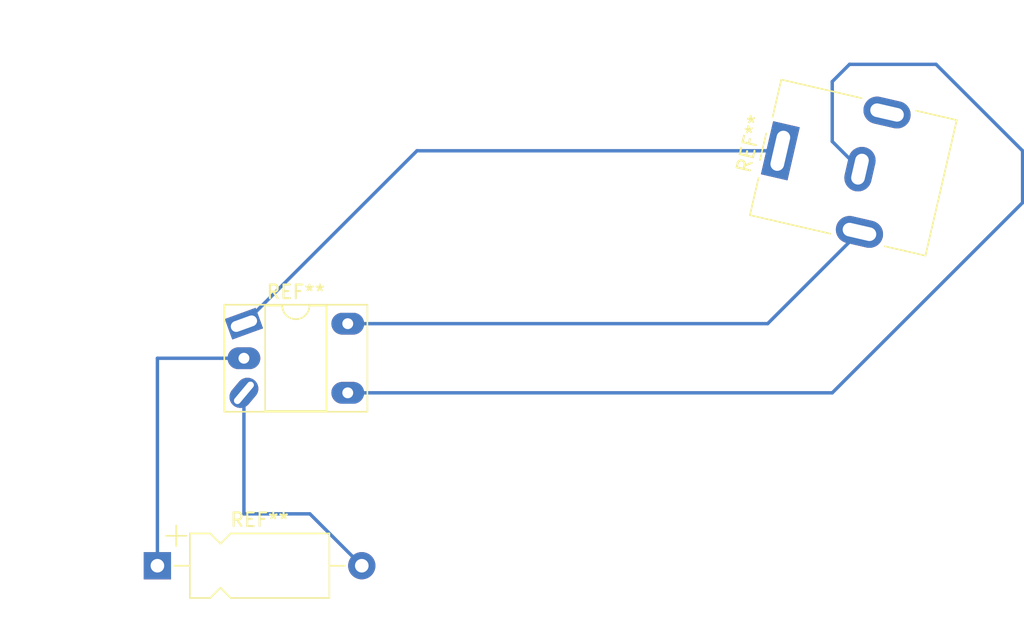
<source format=kicad_pcb>
(kicad_pcb (version 20171130) (host pcbnew 5.1.6-c6e7f7d~87~ubuntu18.04.1)

  (general
    (thickness 1.6)
    (drawings 0)
    (tracks 17)
    (zones 0)
    (modules 3)
    (nets 1)
  )

  (page A4)
  (layers
    (0 F.Cu signal)
    (31 B.Cu signal)
    (32 B.Adhes user)
    (33 F.Adhes user)
    (34 B.Paste user)
    (35 F.Paste user)
    (36 B.SilkS user)
    (37 F.SilkS user)
    (38 B.Mask user)
    (39 F.Mask user)
    (40 Dwgs.User user)
    (41 Cmts.User user)
    (42 Eco1.User user)
    (43 Eco2.User user)
    (44 Edge.Cuts user)
    (45 Margin user)
    (46 B.CrtYd user)
    (47 F.CrtYd user)
    (48 B.Fab user)
    (49 F.Fab user)
  )

  (setup
    (last_trace_width 0.25)
    (trace_clearance 0.2)
    (zone_clearance 0.508)
    (zone_45_only no)
    (trace_min 0.2)
    (via_size 0.8)
    (via_drill 0.4)
    (via_min_size 0.4)
    (via_min_drill 0.3)
    (uvia_size 0.3)
    (uvia_drill 0.1)
    (uvias_allowed no)
    (uvia_min_size 0.2)
    (uvia_min_drill 0.1)
    (edge_width 0.05)
    (segment_width 0.2)
    (pcb_text_width 0.3)
    (pcb_text_size 1.5 1.5)
    (mod_edge_width 0.12)
    (mod_text_size 1 1)
    (mod_text_width 0.15)
    (pad_size 2.4 1.6)
    (pad_drill 2)
    (pad_to_mask_clearance 0.05)
    (aux_axis_origin 0 0)
    (visible_elements FFFFFF7F)
    (pcbplotparams
      (layerselection 0x010fc_ffffffff)
      (usegerberextensions false)
      (usegerberattributes true)
      (usegerberadvancedattributes true)
      (creategerberjobfile true)
      (excludeedgelayer true)
      (linewidth 0.100000)
      (plotframeref false)
      (viasonmask false)
      (mode 1)
      (useauxorigin false)
      (hpglpennumber 1)
      (hpglpenspeed 20)
      (hpglpendiameter 15.000000)
      (psnegative false)
      (psa4output false)
      (plotreference true)
      (plotvalue true)
      (plotinvisibletext false)
      (padsonsilk false)
      (subtractmaskfromsilk false)
      (outputformat 1)
      (mirror false)
      (drillshape 1)
      (scaleselection 1)
      (outputdirectory ""))
  )

  (net 0 "")

  (net_class Default "This is the default net class."
    (clearance 0.2)
    (trace_width 0.25)
    (via_dia 0.8)
    (via_drill 0.4)
    (uvia_dia 0.3)
    (uvia_drill 0.1)
  )

  (module Capacitor_THT:CP_Axial_L10.0mm_D4.5mm_P15.00mm_Horizontal (layer F.Cu) (tedit 5AE50EF2) (tstamp 5F32DC60)
    (at 82.55 67.31)
    (descr "CP, Axial series, Axial, Horizontal, pin pitch=15mm, , length*diameter=10*4.5mm^2, Electrolytic Capacitor, , http://www.vishay.com/docs/28325/021asm.pdf")
    (tags "CP Axial series Axial Horizontal pin pitch 15mm  length 10mm diameter 4.5mm Electrolytic Capacitor")
    (fp_text reference REF** (at 7.5 -3.37) (layer F.SilkS)
      (effects (font (size 1 1) (thickness 0.15)))
    )
    (fp_text value CP_Axial_L10.0mm_D4.5mm_P15.00mm_Horizontal (at 7.5 3.37) (layer F.Fab)
      (effects (font (size 1 1) (thickness 0.15)))
    )
    (fp_text user %R (at 7.5 0) (layer F.Fab)
      (effects (font (size 1 1) (thickness 0.15)))
    )
    (fp_line (start 2.5 -2.25) (end 2.5 2.25) (layer F.Fab) (width 0.1))
    (fp_line (start 12.5 -2.25) (end 12.5 2.25) (layer F.Fab) (width 0.1))
    (fp_line (start 2.5 -2.25) (end 3.88 -2.25) (layer F.Fab) (width 0.1))
    (fp_line (start 3.88 -2.25) (end 4.63 -1.5) (layer F.Fab) (width 0.1))
    (fp_line (start 4.63 -1.5) (end 5.38 -2.25) (layer F.Fab) (width 0.1))
    (fp_line (start 5.38 -2.25) (end 12.5 -2.25) (layer F.Fab) (width 0.1))
    (fp_line (start 2.5 2.25) (end 3.88 2.25) (layer F.Fab) (width 0.1))
    (fp_line (start 3.88 2.25) (end 4.63 1.5) (layer F.Fab) (width 0.1))
    (fp_line (start 4.63 1.5) (end 5.38 2.25) (layer F.Fab) (width 0.1))
    (fp_line (start 5.38 2.25) (end 12.5 2.25) (layer F.Fab) (width 0.1))
    (fp_line (start 0 0) (end 2.5 0) (layer F.Fab) (width 0.1))
    (fp_line (start 15 0) (end 12.5 0) (layer F.Fab) (width 0.1))
    (fp_line (start 3.9 0) (end 5.4 0) (layer F.Fab) (width 0.1))
    (fp_line (start 4.65 -0.75) (end 4.65 0.75) (layer F.Fab) (width 0.1))
    (fp_line (start 0.63 -2.2) (end 2.13 -2.2) (layer F.SilkS) (width 0.12))
    (fp_line (start 1.38 -2.95) (end 1.38 -1.45) (layer F.SilkS) (width 0.12))
    (fp_line (start 2.38 -2.37) (end 2.38 2.37) (layer F.SilkS) (width 0.12))
    (fp_line (start 12.62 -2.37) (end 12.62 2.37) (layer F.SilkS) (width 0.12))
    (fp_line (start 2.38 -2.37) (end 3.88 -2.37) (layer F.SilkS) (width 0.12))
    (fp_line (start 3.88 -2.37) (end 4.63 -1.62) (layer F.SilkS) (width 0.12))
    (fp_line (start 4.63 -1.62) (end 5.38 -2.37) (layer F.SilkS) (width 0.12))
    (fp_line (start 5.38 -2.37) (end 12.62 -2.37) (layer F.SilkS) (width 0.12))
    (fp_line (start 2.38 2.37) (end 3.88 2.37) (layer F.SilkS) (width 0.12))
    (fp_line (start 3.88 2.37) (end 4.63 1.62) (layer F.SilkS) (width 0.12))
    (fp_line (start 4.63 1.62) (end 5.38 2.37) (layer F.SilkS) (width 0.12))
    (fp_line (start 5.38 2.37) (end 12.62 2.37) (layer F.SilkS) (width 0.12))
    (fp_line (start 1.24 0) (end 2.38 0) (layer F.SilkS) (width 0.12))
    (fp_line (start 13.76 0) (end 12.62 0) (layer F.SilkS) (width 0.12))
    (fp_line (start -1.25 -2.5) (end -1.25 2.5) (layer F.CrtYd) (width 0.05))
    (fp_line (start -1.25 2.5) (end 16.25 2.5) (layer F.CrtYd) (width 0.05))
    (fp_line (start 16.25 2.5) (end 16.25 -2.5) (layer F.CrtYd) (width 0.05))
    (fp_line (start 16.25 -2.5) (end -1.25 -2.5) (layer F.CrtYd) (width 0.05))
    (pad 2 thru_hole oval (at 15 0) (size 2 2) (drill 1) (layers *.Cu *.Mask))
    (pad 1 thru_hole rect (at 0 0) (size 2 2) (drill 1) (layers *.Cu *.Mask))
    (model ${KISYS3DMOD}/Capacitor_THT.3dshapes/CP_Axial_L10.0mm_D4.5mm_P15.00mm_Horizontal.wrl
      (at (xyz 0 0 0))
      (scale (xyz 1 1 1))
      (rotate (xyz 0 0 0))
    )
  )

  (module Connector_BarrelJack:BarrelJack_CUI_PJ-063AH_Horizontal (layer F.Cu) (tedit 5B0886BD) (tstamp 5F32DB6D)
    (at 128.27 36.83 77)
    (descr "Barrel Jack, 2.0mm ID, 5.5mm OD, 24V, 8A, no switch, https://www.cui.com/product/resource/pj-063ah.pdf")
    (tags "barrel jack cui dc power")
    (fp_text reference REF** (at 0 -2.3 77) (layer F.SilkS)
      (effects (font (size 1 1) (thickness 0.15)))
    )
    (fp_text value BarrelJack_CUI_PJ-063AH_Horizontal (at 0 13 77) (layer F.Fab)
      (effects (font (size 1 1) (thickness 0.15)))
    )
    (fp_text user %R (at 0 5.5 77) (layer F.Fab)
      (effects (font (size 1 1) (thickness 0.15)))
    )
    (fp_line (start -5 -1) (end -1 -1) (layer F.Fab) (width 0.1))
    (fp_line (start -1 -1) (end 0 0) (layer F.Fab) (width 0.1))
    (fp_line (start 0 0) (end 1 -1) (layer F.Fab) (width 0.1))
    (fp_line (start 1 -1) (end 5 -1) (layer F.Fab) (width 0.1))
    (fp_line (start 5 -1) (end 5 12) (layer F.Fab) (width 0.1))
    (fp_line (start 5 12) (end -5 12) (layer F.Fab) (width 0.1))
    (fp_line (start -5 12) (end -5 -1) (layer F.Fab) (width 0.1))
    (fp_line (start -5.11 4.95) (end -5.11 -1.11) (layer F.SilkS) (width 0.12))
    (fp_line (start -5.11 -1.11) (end -2.3 -1.11) (layer F.SilkS) (width 0.12))
    (fp_line (start 2.3 -1.11) (end 5.11 -1.11) (layer F.SilkS) (width 0.12))
    (fp_line (start 5.11 -1.11) (end 5.11 4.95) (layer F.SilkS) (width 0.12))
    (fp_line (start 5.11 9.05) (end 5.11 12.11) (layer F.SilkS) (width 0.12))
    (fp_line (start 5.11 12.11) (end -5.11 12.11) (layer F.SilkS) (width 0.12))
    (fp_line (start -5.11 12.11) (end -5.11 9.05) (layer F.SilkS) (width 0.12))
    (fp_line (start -1 -1.3) (end 1 -1.3) (layer F.SilkS) (width 0.12))
    (fp_line (start -6 -1.5) (end -6 12.5) (layer F.CrtYd) (width 0.05))
    (fp_line (start -6 12.5) (end 6 12.5) (layer F.CrtYd) (width 0.05))
    (fp_line (start 6 12.5) (end 6 -1.5) (layer F.CrtYd) (width 0.05))
    (fp_line (start 6 -1.5) (end -6 -1.5) (layer F.CrtYd) (width 0.05))
    (pad "" np_thru_hole circle (at 0 9 77) (size 1.6 1.6) (drill 1.6) (layers *.Cu *.Mask))
    (pad MP thru_hole oval (at 4.5 7 77) (size 2 3.5) (drill oval 1 2.5) (layers *.Cu *.Mask))
    (pad MP thru_hole oval (at -4.5 7 77) (size 2 3.5) (drill oval 1 2.5) (layers *.Cu *.Mask))
    (pad 2 thru_hole oval (at 0 6 77) (size 3.3 2) (drill oval 2.3 1) (layers *.Cu *.Mask))
    (pad 1 thru_hole rect (at 0 0 77) (size 4 2) (drill oval 3 1) (layers *.Cu *.Mask))
    (model ${KISYS3DMOD}/Connector_BarrelJack.3dshapes/BarrelJack_CUI_PJ-063AH_Horizontal.wrl
      (at (xyz 0 0 0))
      (scale (xyz 1 1 1))
      (rotate (xyz 0 0 0))
    )
  )

  (module Package_DIP:DIP-5-6_W7.62mm_Socket_LongPads (layer F.Cu) (tedit 5F327630) (tstamp 5F32D62D)
    (at 88.9 49.53)
    (descr "5-lead though-hole mounted DIP package, row spacing 7.62 mm (300 mils), Socket, LongPads")
    (tags "THT DIP DIL PDIP 2.54mm 7.62mm 300mil Socket LongPads")
    (fp_text reference REF** (at 3.81 -2.33) (layer F.SilkS)
      (effects (font (size 1 1) (thickness 0.15)))
    )
    (fp_text value DIP-5-6_W7.62mm_Socket_LongPads (at 3.81 7.41) (layer F.Fab)
      (effects (font (size 1 1) (thickness 0.15)))
    )
    (fp_text user %R (at 3.81 2.54) (layer F.Fab)
      (effects (font (size 1 1) (thickness 0.15)))
    )
    (fp_arc (start 3.81 -1.33) (end 2.81 -1.33) (angle -180) (layer F.SilkS) (width 0.12))
    (fp_line (start 1.635 -1.27) (end 6.985 -1.27) (layer F.Fab) (width 0.1))
    (fp_line (start 6.985 -1.27) (end 6.985 6.35) (layer F.Fab) (width 0.1))
    (fp_line (start 6.985 6.35) (end 0.635 6.35) (layer F.Fab) (width 0.1))
    (fp_line (start 0.635 6.35) (end 0.635 -0.27) (layer F.Fab) (width 0.1))
    (fp_line (start 0.635 -0.27) (end 1.635 -1.27) (layer F.Fab) (width 0.1))
    (fp_line (start -1.27 -1.33) (end -1.27 6.41) (layer F.Fab) (width 0.1))
    (fp_line (start -1.27 6.41) (end 8.89 6.41) (layer F.Fab) (width 0.1))
    (fp_line (start 8.89 6.41) (end 8.89 -1.33) (layer F.Fab) (width 0.1))
    (fp_line (start 8.89 -1.33) (end -1.27 -1.33) (layer F.Fab) (width 0.1))
    (fp_line (start 2.81 -1.33) (end 1.56 -1.33) (layer F.SilkS) (width 0.12))
    (fp_line (start 1.56 -1.33) (end 1.56 6.41) (layer F.SilkS) (width 0.12))
    (fp_line (start 1.56 6.41) (end 6.06 6.41) (layer F.SilkS) (width 0.12))
    (fp_line (start 6.06 6.41) (end 6.06 -1.33) (layer F.SilkS) (width 0.12))
    (fp_line (start 6.06 -1.33) (end 4.81 -1.33) (layer F.SilkS) (width 0.12))
    (fp_line (start -1.44 -1.39) (end -1.44 6.47) (layer F.SilkS) (width 0.12))
    (fp_line (start -1.44 6.47) (end 9.06 6.47) (layer F.SilkS) (width 0.12))
    (fp_line (start 9.06 6.47) (end 9.06 -1.39) (layer F.SilkS) (width 0.12))
    (fp_line (start 9.06 -1.39) (end -1.44 -1.39) (layer F.SilkS) (width 0.12))
    (fp_line (start -1.55 -1.6) (end -1.55 6.7) (layer F.CrtYd) (width 0.05))
    (fp_line (start -1.55 6.7) (end 9.15 6.7) (layer F.CrtYd) (width 0.05))
    (fp_line (start 9.15 6.7) (end 9.15 -1.6) (layer F.CrtYd) (width 0.05))
    (fp_line (start 9.15 -1.6) (end -1.55 -1.6) (layer F.CrtYd) (width 0.05))
    (pad 6 thru_hole oval (at 7.62 0) (size 2.4 1.6) (drill 0.8) (layers *.Cu *.Mask))
    (pad 3 thru_hole oval (at 0 5.08 50) (size 2.4 1.6) (drill oval 2 0.5) (layers *.Cu *.Mask))
    (pad 2 thru_hole oval (at 0 2.54) (size 2.4 1.6) (drill 0.8) (layers *.Cu *.Mask))
    (pad 4 thru_hole oval (at 7.62 5.08) (size 2.4 1.6) (drill 0.8) (layers *.Cu *.Mask))
    (pad 1 thru_hole rect (at 0 0 20) (size 2.4 1.6) (drill oval 2 0.8) (layers *.Cu *.Mask))
    (model ${KISYS3DMOD}/Package_DIP.3dshapes/DIP-5-6_W7.62mm_Socket.wrl
      (at (xyz 0 0 0))
      (scale (xyz 1 1 1))
      (rotate (xyz 0 0 0))
    )
  )

  (segment (start 101.6 36.83) (end 88.9 49.53) (width 0.25) (layer B.Cu) (net 0))
  (segment (start 128.27 36.83) (end 101.6 36.83) (width 0.25) (layer B.Cu) (net 0))
  (segment (start 127.337634 49.53) (end 134.078311 42.789323) (width 0.25) (layer B.Cu) (net 0))
  (segment (start 96.52 49.53) (end 127.337634 49.53) (width 0.25) (layer B.Cu) (net 0))
  (segment (start 96.52 54.61) (end 132.08 54.61) (width 0.25) (layer B.Cu) (net 0))
  (segment (start 132.08 54.61) (end 146.05 40.64) (width 0.25) (layer B.Cu) (net 0))
  (segment (start 146.05 40.64) (end 146.05 36.83) (width 0.25) (layer B.Cu) (net 0))
  (segment (start 146.05 36.83) (end 139.7 30.48) (width 0.25) (layer B.Cu) (net 0))
  (segment (start 139.7 30.48) (end 133.35 30.48) (width 0.25) (layer B.Cu) (net 0))
  (segment (start 133.35 30.48) (end 132.08 31.75) (width 0.25) (layer B.Cu) (net 0))
  (segment (start 132.08 36.143486) (end 134.11622 38.179706) (width 0.25) (layer B.Cu) (net 0))
  (segment (start 132.08 31.75) (end 132.08 36.143486) (width 0.25) (layer B.Cu) (net 0))
  (segment (start 88.9 54.61) (end 88.9 63.5) (width 0.25) (layer B.Cu) (net 0))
  (segment (start 93.74 63.5) (end 97.55 67.31) (width 0.25) (layer B.Cu) (net 0))
  (segment (start 88.9 63.5) (end 93.74 63.5) (width 0.25) (layer B.Cu) (net 0))
  (segment (start 82.55 52.07) (end 88.9 52.07) (width 0.25) (layer B.Cu) (net 0))
  (segment (start 82.55 67.31) (end 82.55 52.07) (width 0.25) (layer B.Cu) (net 0))

)

</source>
